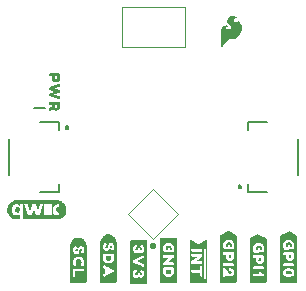
<source format=gto>
G04 EAGLE Gerber RS-274X export*
G75*
%MOMM*%
%FSLAX34Y34*%
%LPD*%
%INSilkscreen Top*%
%IPPOS*%
%AMOC8*
5,1,8,0,0,1.08239X$1,22.5*%
G01*
%ADD10C,0.203200*%
%ADD11C,0.100000*%
%ADD12C,0.567956*%

G36*
X17542Y74273D02*
X17542Y74273D01*
X45039Y74273D01*
X45041Y74274D01*
X45043Y74273D01*
X45570Y74306D01*
X45571Y74306D01*
X45573Y74306D01*
X46625Y74412D01*
X46627Y74414D01*
X46631Y74413D01*
X47147Y74520D01*
X47149Y74522D01*
X47152Y74521D01*
X48163Y74835D01*
X48164Y74837D01*
X48168Y74837D01*
X48653Y75042D01*
X48655Y75044D01*
X48659Y75044D01*
X49588Y75549D01*
X49590Y75552D01*
X49594Y75552D01*
X50028Y75850D01*
X50029Y75853D01*
X50032Y75854D01*
X50848Y76527D01*
X50849Y76530D01*
X50853Y76532D01*
X51218Y76911D01*
X51219Y76913D01*
X51221Y76915D01*
X51894Y77730D01*
X51895Y77734D01*
X51899Y77737D01*
X52180Y78182D01*
X52180Y78184D01*
X52182Y78186D01*
X52687Y79115D01*
X52686Y79119D01*
X52690Y79123D01*
X52876Y79616D01*
X52875Y79618D01*
X52877Y79620D01*
X53191Y80630D01*
X53190Y80634D01*
X53193Y80638D01*
X53278Y81158D01*
X53277Y81159D01*
X53279Y81162D01*
X53385Y82214D01*
X53383Y82217D01*
X53385Y82221D01*
X53377Y82747D01*
X53375Y82749D01*
X53376Y82753D01*
X53270Y83805D01*
X53268Y83807D01*
X53269Y83811D01*
X53167Y84327D01*
X53165Y84329D01*
X53165Y84333D01*
X52852Y85343D01*
X52849Y85345D01*
X52850Y85349D01*
X52648Y85835D01*
X52646Y85837D01*
X52646Y85841D01*
X52141Y86770D01*
X52139Y86772D01*
X52138Y86776D01*
X51843Y87212D01*
X51841Y87213D01*
X51840Y87217D01*
X51167Y88032D01*
X51164Y88033D01*
X51162Y88037D01*
X50785Y88405D01*
X50783Y88406D01*
X50782Y88409D01*
X49966Y89082D01*
X49962Y89082D01*
X49960Y89086D01*
X49516Y89370D01*
X49514Y89370D01*
X49513Y89373D01*
X48583Y89877D01*
X48579Y89877D01*
X48576Y89881D01*
X48084Y90070D01*
X48082Y90070D01*
X48080Y90071D01*
X47070Y90385D01*
X47067Y90384D01*
X47062Y90387D01*
X46544Y90477D01*
X46542Y90476D01*
X46539Y90477D01*
X45487Y90583D01*
X45246Y90608D01*
X45243Y90606D01*
X45240Y90608D01*
X11924Y90608D01*
X11395Y90603D01*
X11393Y90601D01*
X11390Y90602D01*
X9811Y90443D01*
X9807Y90440D01*
X9799Y90441D01*
X8284Y89971D01*
X8280Y89966D01*
X8272Y89966D01*
X6879Y89209D01*
X6876Y89204D01*
X6869Y89202D01*
X5651Y88186D01*
X5649Y88181D01*
X5642Y88177D01*
X4644Y86946D01*
X4644Y86941D01*
X4638Y86936D01*
X4133Y86007D01*
X4134Y86006D01*
X4132Y86005D01*
X3897Y85533D01*
X3898Y85528D01*
X3893Y85523D01*
X3580Y84513D01*
X3580Y84512D01*
X3579Y84511D01*
X3440Y84003D01*
X3441Y83998D01*
X3438Y83992D01*
X3285Y82414D01*
X3288Y82409D01*
X3285Y82401D01*
X3445Y80823D01*
X3448Y80819D01*
X3447Y80811D01*
X3913Y79295D01*
X3917Y79291D01*
X3918Y79283D01*
X4669Y77887D01*
X4674Y77884D01*
X4676Y77877D01*
X4739Y77801D01*
X4946Y77550D01*
X4947Y77550D01*
X5154Y77299D01*
X5362Y77048D01*
X5570Y76797D01*
X5687Y76655D01*
X5693Y76653D01*
X5696Y76646D01*
X6926Y75645D01*
X6931Y75645D01*
X6936Y75639D01*
X8336Y74895D01*
X8341Y74896D01*
X8347Y74890D01*
X9865Y74433D01*
X9870Y74435D01*
X9877Y74431D01*
X11455Y74273D01*
X11458Y74274D01*
X11461Y74273D01*
X13958Y74273D01*
X13977Y74285D01*
X14000Y74289D01*
X14006Y74304D01*
X14015Y74309D01*
X14013Y74320D01*
X14020Y74336D01*
X14019Y74485D01*
X14019Y78868D01*
X14012Y78879D01*
X14014Y78892D01*
X13995Y78905D01*
X13982Y78925D01*
X13969Y78923D01*
X13958Y78931D01*
X13924Y78917D01*
X13915Y78915D01*
X13913Y78912D01*
X13910Y78911D01*
X13688Y78672D01*
X13307Y78318D01*
X12874Y78034D01*
X12402Y77821D01*
X11900Y77695D01*
X11384Y77638D01*
X10863Y77659D01*
X10344Y77708D01*
X9842Y77845D01*
X9351Y78015D01*
X8898Y78269D01*
X8481Y78577D01*
X8094Y78923D01*
X7786Y79342D01*
X7509Y79782D01*
X7294Y80257D01*
X7134Y80752D01*
X7009Y81259D01*
X6910Y82301D01*
X6975Y83345D01*
X7090Y83854D01*
X7223Y84359D01*
X7439Y84832D01*
X7693Y85287D01*
X7999Y85707D01*
X8371Y86068D01*
X8774Y86393D01*
X9228Y86646D01*
X9712Y86834D01*
X10209Y86985D01*
X11250Y87065D01*
X11767Y87016D01*
X12273Y86901D01*
X12755Y86711D01*
X13197Y86442D01*
X13598Y86109D01*
X13913Y85814D01*
X13924Y85812D01*
X13930Y85803D01*
X13955Y85807D01*
X13980Y85802D01*
X13986Y85811D01*
X13997Y85813D01*
X14016Y85854D01*
X14019Y85858D01*
X14018Y85859D01*
X14019Y85860D01*
X14019Y86915D01*
X14023Y86968D01*
X16968Y86968D01*
X16968Y74328D01*
X16980Y74309D01*
X16984Y74286D01*
X16999Y74280D01*
X17004Y74271D01*
X17015Y74273D01*
X17031Y74266D01*
X17542Y74273D01*
G37*
G36*
X197026Y20410D02*
X197026Y20410D01*
X197039Y20410D01*
X197339Y20810D01*
X197339Y20818D01*
X197343Y20821D01*
X197339Y20825D01*
X197339Y20832D01*
X197349Y20840D01*
X197349Y60540D01*
X197335Y60558D01*
X197338Y60571D01*
X196938Y61071D01*
X196924Y61075D01*
X196922Y61084D01*
X190822Y64084D01*
X190806Y64081D01*
X190800Y64089D01*
X190200Y64089D01*
X190187Y64080D01*
X190178Y64084D01*
X184178Y61084D01*
X184175Y61077D01*
X184169Y61078D01*
X183669Y60678D01*
X183662Y60648D01*
X183651Y60640D01*
X183651Y20740D01*
X183673Y20710D01*
X183675Y20698D01*
X184175Y20398D01*
X184193Y20400D01*
X184200Y20391D01*
X197000Y20391D01*
X197026Y20410D01*
G37*
G36*
X247611Y20499D02*
X247611Y20499D01*
X247618Y20494D01*
X248118Y20694D01*
X248133Y20718D01*
X248140Y20724D01*
X248138Y20727D01*
X248143Y20735D01*
X248149Y20740D01*
X248149Y60140D01*
X248146Y60145D01*
X248149Y60148D01*
X248049Y60748D01*
X248025Y60771D01*
X248023Y60784D01*
X241423Y64184D01*
X241390Y64178D01*
X241378Y64184D01*
X240778Y63884D01*
X234678Y60884D01*
X234666Y60860D01*
X234653Y60856D01*
X234453Y60256D01*
X234455Y60251D01*
X234453Y60249D01*
X234456Y60244D01*
X234451Y60240D01*
X234451Y20940D01*
X234464Y20922D01*
X234461Y20910D01*
X234761Y20510D01*
X234792Y20502D01*
X234800Y20491D01*
X247600Y20491D01*
X247611Y20499D01*
G37*
G36*
X95426Y20540D02*
X95426Y20540D01*
X95439Y20540D01*
X95739Y20940D01*
X95739Y20948D01*
X95743Y20951D01*
X95739Y20955D01*
X95739Y20962D01*
X95749Y20970D01*
X95749Y55170D01*
X95746Y55174D01*
X95749Y55177D01*
X95649Y55877D01*
X95644Y55882D01*
X95647Y55886D01*
X95447Y56485D01*
X95247Y57184D01*
X95246Y57185D01*
X95247Y57186D01*
X95047Y57786D01*
X95039Y57791D01*
X95041Y57797D01*
X94643Y58395D01*
X94344Y58992D01*
X94334Y58997D01*
X94335Y59005D01*
X93835Y59505D01*
X93831Y59505D01*
X93831Y59508D01*
X92831Y60308D01*
X92827Y60309D01*
X92827Y60311D01*
X92227Y60711D01*
X92223Y60711D01*
X92222Y60714D01*
X91022Y61314D01*
X91011Y61312D01*
X91007Y61319D01*
X90308Y61419D01*
X89708Y61519D01*
X89707Y61518D01*
X89707Y61519D01*
X89007Y61619D01*
X89002Y61616D01*
X89000Y61619D01*
X88300Y61619D01*
X88296Y61616D01*
X88293Y61619D01*
X87593Y61519D01*
X87588Y61514D01*
X87584Y61517D01*
X86384Y61117D01*
X86383Y61114D01*
X86381Y61115D01*
X85681Y60815D01*
X85678Y60811D01*
X85675Y60812D01*
X85175Y60512D01*
X85174Y60511D01*
X85173Y60511D01*
X84573Y60111D01*
X84570Y60104D01*
X84565Y60105D01*
X84065Y59605D01*
X84065Y59601D01*
X84062Y59601D01*
X83262Y58601D01*
X83261Y58597D01*
X83259Y58597D01*
X82859Y57997D01*
X82859Y57993D01*
X82856Y57992D01*
X82556Y57392D01*
X82557Y57385D01*
X82553Y57384D01*
X82353Y56685D01*
X82153Y56086D01*
X82157Y56075D01*
X82151Y56070D01*
X82151Y55373D01*
X82051Y54677D01*
X82054Y54672D01*
X82051Y54670D01*
X82051Y20870D01*
X82070Y20844D01*
X82070Y20831D01*
X82470Y20531D01*
X82492Y20531D01*
X82500Y20521D01*
X95400Y20521D01*
X95426Y20540D01*
G37*
G36*
X222318Y20534D02*
X222318Y20534D01*
X222330Y20531D01*
X222730Y20831D01*
X222734Y20847D01*
X222741Y20852D01*
X222737Y20858D01*
X222739Y20862D01*
X222749Y20870D01*
X222749Y57670D01*
X222742Y57679D01*
X222747Y57686D01*
X222547Y58286D01*
X222524Y58301D01*
X222522Y58314D01*
X216422Y61314D01*
X216417Y61313D01*
X216416Y61317D01*
X215816Y61517D01*
X215790Y61508D01*
X215778Y61514D01*
X209178Y58214D01*
X209163Y58183D01*
X209151Y58177D01*
X209051Y57477D01*
X209054Y57472D01*
X209053Y57472D01*
X209053Y57471D01*
X209051Y57470D01*
X209051Y20970D01*
X209067Y20949D01*
X209065Y20935D01*
X209465Y20535D01*
X209492Y20532D01*
X209500Y20521D01*
X222300Y20521D01*
X222318Y20534D01*
G37*
G36*
X146447Y20457D02*
X146447Y20457D01*
X146445Y20460D01*
X146449Y20462D01*
X146549Y21062D01*
X146546Y21067D01*
X146549Y21070D01*
X146549Y54870D01*
X146544Y54877D01*
X146547Y54886D01*
X146534Y54890D01*
X146513Y54917D01*
X146494Y54903D01*
X146493Y54904D01*
X146529Y54930D01*
X146539Y54962D01*
X146549Y54970D01*
X146549Y58270D01*
X146513Y58317D01*
X146506Y58312D01*
X146500Y58319D01*
X133000Y58319D01*
X132953Y58283D01*
X132955Y58280D01*
X132951Y58278D01*
X132851Y57678D01*
X132854Y57673D01*
X132851Y57670D01*
X132851Y20470D01*
X132887Y20423D01*
X132894Y20428D01*
X132900Y20421D01*
X146400Y20421D01*
X146447Y20457D01*
G37*
G36*
X121047Y19487D02*
X121047Y19487D01*
X121045Y19490D01*
X121049Y19492D01*
X121149Y20092D01*
X121146Y20097D01*
X121149Y20100D01*
X121149Y56500D01*
X121120Y56538D01*
X121118Y56546D01*
X120618Y56746D01*
X120605Y56742D01*
X120600Y56749D01*
X107700Y56749D01*
X107662Y56720D01*
X107654Y56718D01*
X107454Y56218D01*
X107457Y56208D01*
X107453Y56205D01*
X107454Y56203D01*
X107451Y56200D01*
X107451Y19600D01*
X107487Y19553D01*
X107490Y19555D01*
X107492Y19551D01*
X108092Y19451D01*
X108097Y19454D01*
X108100Y19451D01*
X121000Y19451D01*
X121047Y19487D01*
G37*
G36*
X69811Y20659D02*
X69811Y20659D01*
X69818Y20654D01*
X70318Y20854D01*
X70333Y20878D01*
X70340Y20884D01*
X70338Y20887D01*
X70343Y20895D01*
X70349Y20900D01*
X70349Y52100D01*
X70346Y52105D01*
X70349Y52108D01*
X70249Y52704D01*
X70249Y53400D01*
X70242Y53409D01*
X70247Y53416D01*
X70047Y54015D01*
X69847Y54714D01*
X69842Y54718D01*
X69844Y54722D01*
X69544Y55322D01*
X69540Y55324D01*
X69541Y55327D01*
X69141Y55927D01*
X69138Y55928D01*
X69138Y55931D01*
X68338Y56931D01*
X68334Y56932D01*
X68335Y56935D01*
X67835Y57435D01*
X67828Y57436D01*
X67827Y57441D01*
X67227Y57841D01*
X67223Y57841D01*
X67222Y57844D01*
X66022Y58444D01*
X66017Y58443D01*
X66016Y58447D01*
X65416Y58647D01*
X65414Y58646D01*
X65414Y58647D01*
X64714Y58847D01*
X64704Y58844D01*
X64700Y58849D01*
X64004Y58849D01*
X63408Y58949D01*
X63398Y58943D01*
X63393Y58949D01*
X61993Y58749D01*
X61988Y58744D01*
X61984Y58747D01*
X61385Y58547D01*
X60686Y58347D01*
X60682Y58342D01*
X60678Y58344D01*
X60078Y58044D01*
X60075Y58037D01*
X60069Y58038D01*
X59571Y57640D01*
X58973Y57241D01*
X58970Y57234D01*
X58965Y57235D01*
X58465Y56735D01*
X58465Y56731D01*
X58462Y56731D01*
X58062Y56231D01*
X58061Y56227D01*
X58059Y56227D01*
X57659Y55627D01*
X57659Y55623D01*
X57656Y55622D01*
X57056Y54422D01*
X57057Y54417D01*
X57053Y54416D01*
X56853Y53816D01*
X56855Y53811D01*
X56852Y53809D01*
X56853Y53808D01*
X56851Y53807D01*
X56651Y52407D01*
X56654Y52402D01*
X56651Y52400D01*
X56651Y21200D01*
X56659Y21189D01*
X56654Y21182D01*
X56854Y20682D01*
X56895Y20657D01*
X56900Y20651D01*
X69800Y20651D01*
X69811Y20659D01*
G37*
G36*
X171305Y20484D02*
X171305Y20484D01*
X171308Y20481D01*
X171908Y20581D01*
X171949Y20625D01*
X171946Y20628D01*
X171949Y20630D01*
X171949Y56330D01*
X171913Y56377D01*
X171906Y56372D01*
X171900Y56379D01*
X171500Y56379D01*
X171487Y56369D01*
X171478Y56374D01*
X165388Y53279D01*
X164812Y53279D01*
X158823Y56374D01*
X158806Y56371D01*
X158800Y56379D01*
X158300Y56379D01*
X158253Y56343D01*
X158258Y56336D01*
X158251Y56330D01*
X158251Y21130D01*
X158254Y21125D01*
X158251Y21122D01*
X158351Y20522D01*
X158395Y20481D01*
X158398Y20484D01*
X158400Y20481D01*
X171300Y20481D01*
X171305Y20484D01*
G37*
G36*
X184849Y220401D02*
X184849Y220401D01*
X184911Y220403D01*
X184933Y220416D01*
X184959Y220420D01*
X185030Y220468D01*
X185063Y220486D01*
X185069Y220494D01*
X185079Y220501D01*
X185579Y221001D01*
X185598Y221032D01*
X185636Y221074D01*
X185912Y221534D01*
X186379Y222001D01*
X186387Y222014D01*
X186402Y222027D01*
X186891Y222613D01*
X188079Y223801D01*
X188086Y223812D01*
X188099Y223823D01*
X189289Y225212D01*
X190246Y226168D01*
X191144Y226707D01*
X191641Y226790D01*
X193510Y226790D01*
X193536Y226796D01*
X193573Y226795D01*
X194773Y226995D01*
X194788Y227002D01*
X194810Y227003D01*
X195910Y227303D01*
X195927Y227312D01*
X195951Y227317D01*
X196951Y227717D01*
X196973Y227732D01*
X197006Y227744D01*
X198006Y228344D01*
X198026Y228364D01*
X198060Y228384D01*
X198860Y229084D01*
X198867Y229093D01*
X198879Y229101D01*
X199679Y229901D01*
X199690Y229919D01*
X199710Y229937D01*
X200410Y230837D01*
X200421Y230860D01*
X200442Y230885D01*
X201442Y232685D01*
X201453Y232721D01*
X201478Y232773D01*
X201978Y234673D01*
X201979Y234705D01*
X201990Y234748D01*
X202090Y236448D01*
X202083Y236484D01*
X202084Y236540D01*
X201784Y238140D01*
X201775Y238161D01*
X201771Y238190D01*
X201271Y239690D01*
X201252Y239721D01*
X201231Y239774D01*
X200531Y240874D01*
X200512Y240893D01*
X200494Y240923D01*
X200269Y241176D01*
X199931Y241556D01*
X199694Y241823D01*
X199662Y241845D01*
X199612Y241892D01*
X198812Y242392D01*
X198782Y242403D01*
X198762Y242417D01*
X198727Y242423D01*
X198682Y242443D01*
X198665Y242443D01*
X198648Y242448D01*
X198616Y242444D01*
X198610Y242444D01*
X198602Y242442D01*
X198579Y242439D01*
X198509Y242437D01*
X198494Y242428D01*
X198476Y242426D01*
X198446Y242406D01*
X198441Y242405D01*
X198427Y242393D01*
X198418Y242387D01*
X198357Y242354D01*
X198347Y242339D01*
X198332Y242329D01*
X198316Y242301D01*
X198308Y242295D01*
X198294Y242264D01*
X198257Y242212D01*
X198254Y242193D01*
X198246Y242179D01*
X198244Y242153D01*
X198237Y242136D01*
X198238Y242111D01*
X198230Y242070D01*
X198230Y241232D01*
X198158Y241016D01*
X198098Y240895D01*
X197905Y240702D01*
X197748Y240650D01*
X197557Y240650D01*
X196843Y240829D01*
X196501Y241000D01*
X196230Y241181D01*
X195860Y241458D01*
X195306Y242012D01*
X194963Y242526D01*
X194890Y242817D01*
X194890Y243308D01*
X194962Y243524D01*
X195040Y243679D01*
X195190Y243905D01*
X195511Y244145D01*
X195834Y244307D01*
X196285Y244397D01*
X196292Y244401D01*
X196302Y244401D01*
X196657Y244490D01*
X197120Y244490D01*
X197240Y244430D01*
X197255Y244426D01*
X197268Y244417D01*
X197402Y244391D01*
X197409Y244390D01*
X197410Y244390D01*
X197510Y244390D01*
X197535Y244396D01*
X197561Y244393D01*
X197619Y244415D01*
X197679Y244429D01*
X197699Y244446D01*
X197723Y244455D01*
X197765Y244500D01*
X197812Y244539D01*
X197823Y244563D01*
X197840Y244582D01*
X197858Y244641D01*
X197883Y244698D01*
X197882Y244723D01*
X197890Y244748D01*
X197879Y244809D01*
X197877Y244871D01*
X197864Y244893D01*
X197860Y244919D01*
X197812Y244990D01*
X197794Y245023D01*
X197786Y245029D01*
X197779Y245039D01*
X197679Y245139D01*
X197659Y245151D01*
X197638Y245174D01*
X197238Y245474D01*
X197212Y245486D01*
X197180Y245510D01*
X195780Y246210D01*
X195768Y246213D01*
X195759Y246219D01*
X195730Y246225D01*
X195693Y246241D01*
X194793Y246441D01*
X194759Y246441D01*
X194710Y246450D01*
X193710Y246450D01*
X193682Y246444D01*
X193642Y246444D01*
X192542Y246244D01*
X192507Y246229D01*
X192450Y246211D01*
X192435Y246207D01*
X192432Y246205D01*
X192428Y246204D01*
X191328Y245604D01*
X191308Y245586D01*
X191277Y245570D01*
X190377Y244870D01*
X190357Y244846D01*
X190288Y244772D01*
X189788Y243972D01*
X189776Y243938D01*
X189749Y243890D01*
X189449Y242990D01*
X189446Y242953D01*
X189430Y242870D01*
X189430Y242070D01*
X189437Y242037D01*
X189439Y241988D01*
X189639Y241088D01*
X189656Y241052D01*
X189678Y240985D01*
X190178Y240085D01*
X190200Y240061D01*
X190224Y240020D01*
X190924Y239220D01*
X190925Y239219D01*
X190926Y239217D01*
X191726Y238317D01*
X191734Y238312D01*
X191741Y238301D01*
X192383Y237659D01*
X192630Y237001D01*
X192630Y236432D01*
X192471Y235955D01*
X192150Y235554D01*
X191654Y235223D01*
X190963Y235050D01*
X190248Y235050D01*
X189819Y235136D01*
X189424Y235294D01*
X188906Y235812D01*
X188755Y236039D01*
X188690Y236232D01*
X188690Y236508D01*
X188742Y236665D01*
X189215Y237138D01*
X189430Y237209D01*
X189450Y237222D01*
X189480Y237230D01*
X189880Y237430D01*
X189909Y237454D01*
X189979Y237501D01*
X190079Y237601D01*
X190092Y237622D01*
X190111Y237638D01*
X190137Y237695D01*
X190170Y237748D01*
X190173Y237773D01*
X190183Y237796D01*
X190181Y237859D01*
X190187Y237921D01*
X190178Y237944D01*
X190177Y237969D01*
X190147Y238024D01*
X190125Y238083D01*
X190107Y238100D01*
X190095Y238122D01*
X190025Y238176D01*
X189998Y238200D01*
X189989Y238203D01*
X189980Y238210D01*
X189580Y238410D01*
X189565Y238414D01*
X189552Y238423D01*
X189418Y238449D01*
X189412Y238450D01*
X189411Y238450D01*
X189410Y238450D01*
X188210Y238450D01*
X188184Y238444D01*
X188148Y238445D01*
X187548Y238345D01*
X187542Y238343D01*
X187535Y238343D01*
X187035Y238243D01*
X187009Y238231D01*
X186969Y238223D01*
X186469Y238023D01*
X186438Y238001D01*
X186382Y237974D01*
X185982Y237674D01*
X185978Y237670D01*
X185972Y237667D01*
X185472Y237267D01*
X185455Y237244D01*
X185384Y237166D01*
X184784Y236166D01*
X184772Y236130D01*
X184744Y236074D01*
X184544Y235374D01*
X184543Y235349D01*
X184533Y235317D01*
X184433Y234517D01*
X184435Y234496D01*
X184430Y234470D01*
X184430Y220770D01*
X184436Y220745D01*
X184433Y220719D01*
X184455Y220662D01*
X184469Y220601D01*
X184486Y220581D01*
X184495Y220557D01*
X184540Y220515D01*
X184579Y220468D01*
X184603Y220457D01*
X184622Y220440D01*
X184681Y220422D01*
X184738Y220397D01*
X184763Y220398D01*
X184788Y220390D01*
X184849Y220401D01*
G37*
%LPC*%
G36*
X23454Y77749D02*
X23454Y77749D01*
X20955Y77749D01*
X20941Y77803D01*
X20939Y77805D01*
X20939Y77808D01*
X17625Y86967D01*
X17724Y86968D01*
X20599Y86968D01*
X20652Y86769D01*
X20653Y86768D01*
X20653Y86767D01*
X22448Y80701D01*
X22458Y80694D01*
X22458Y80688D01*
X22464Y80685D01*
X22468Y80672D01*
X22486Y80669D01*
X22500Y80657D01*
X22517Y80665D01*
X22535Y80662D01*
X22551Y80681D01*
X22562Y80686D01*
X22563Y80695D01*
X22569Y80702D01*
X24334Y86797D01*
X24383Y86968D01*
X27229Y86957D01*
X29047Y80734D01*
X29059Y80723D01*
X29062Y80708D01*
X29083Y80703D01*
X29099Y80689D01*
X29113Y80696D01*
X29128Y80692D01*
X29150Y80713D01*
X29160Y80718D01*
X29161Y80724D01*
X29166Y80728D01*
X29264Y80973D01*
X29264Y80976D01*
X29266Y80979D01*
X30912Y86557D01*
X31036Y86968D01*
X33685Y86968D01*
X33874Y86971D01*
X33909Y86971D01*
X30586Y77907D01*
X30522Y77749D01*
X27585Y77749D01*
X27468Y78106D01*
X25910Y83159D01*
X25909Y83160D01*
X25909Y83163D01*
X25803Y83440D01*
X25790Y83449D01*
X25786Y83464D01*
X25765Y83468D01*
X25748Y83480D01*
X25735Y83472D01*
X25719Y83475D01*
X25699Y83453D01*
X25689Y83447D01*
X25689Y83441D01*
X25685Y83436D01*
X23918Y77749D01*
X23454Y77749D01*
G37*
%LPD*%
G36*
X47090Y176072D02*
X47090Y176072D01*
X47102Y176066D01*
X47502Y176266D01*
X47511Y176284D01*
X47523Y176286D01*
X47923Y176986D01*
X47922Y176994D01*
X47927Y176996D01*
X48127Y177696D01*
X48117Y177724D01*
X48121Y177737D01*
X47721Y178337D01*
X47700Y178345D01*
X47696Y178357D01*
X43307Y179853D01*
X43171Y179988D01*
X46996Y181263D01*
X46999Y181268D01*
X47002Y181266D01*
X47602Y181566D01*
X47609Y181579D01*
X47618Y181579D01*
X48018Y182079D01*
X48019Y182100D01*
X48026Y182105D01*
X48022Y182110D01*
X48029Y182117D01*
X47929Y182817D01*
X47921Y182825D01*
X47924Y182832D01*
X47624Y183432D01*
X47603Y183443D01*
X47599Y183455D01*
X46899Y183755D01*
X46897Y183755D01*
X46896Y183757D01*
X43171Y185031D01*
X43306Y185167D01*
X47194Y186363D01*
X47198Y186368D01*
X47202Y186366D01*
X47802Y186666D01*
X47812Y186686D01*
X47824Y186688D01*
X48124Y187288D01*
X48119Y187313D01*
X48127Y187324D01*
X47927Y188024D01*
X47919Y188030D01*
X47921Y188037D01*
X47521Y188637D01*
X47496Y188646D01*
X47490Y188658D01*
X46990Y188758D01*
X46979Y188753D01*
X46973Y188759D01*
X46273Y188659D01*
X46268Y188654D01*
X46264Y188656D01*
X39164Y186156D01*
X39157Y186147D01*
X39149Y186148D01*
X38649Y185748D01*
X38645Y185733D01*
X38637Y185727D01*
X38633Y185726D01*
X38433Y185126D01*
X38438Y185110D01*
X38431Y185103D01*
X38531Y184403D01*
X38552Y184383D01*
X38553Y184369D01*
X39153Y183969D01*
X39162Y183970D01*
X39164Y183963D01*
X41463Y183164D01*
X43434Y182413D01*
X39664Y181157D01*
X39064Y180957D01*
X39055Y180943D01*
X39045Y180945D01*
X38545Y180445D01*
X38542Y180424D01*
X38531Y180418D01*
X38431Y179818D01*
X38441Y179801D01*
X38435Y179791D01*
X38735Y179091D01*
X38753Y179080D01*
X38755Y179068D01*
X39255Y178768D01*
X39262Y178769D01*
X39264Y178764D01*
X46364Y176264D01*
X46366Y176264D01*
X46366Y176263D01*
X47066Y176063D01*
X47090Y176072D01*
G37*
%LPC*%
G36*
X186130Y25685D02*
X186130Y25685D01*
X185849Y26154D01*
X185849Y31537D01*
X185947Y32220D01*
X186329Y32698D01*
X186916Y32893D01*
X186942Y32932D01*
X186947Y32936D01*
X186946Y32938D01*
X186949Y32940D01*
X186949Y34740D01*
X186913Y34787D01*
X186910Y34785D01*
X186908Y34789D01*
X186320Y34887D01*
X185946Y35167D01*
X185850Y35940D01*
X185946Y36713D01*
X186316Y36991D01*
X194491Y36991D01*
X194966Y36800D01*
X195251Y36326D01*
X195251Y35454D01*
X194967Y34981D01*
X194392Y34789D01*
X187000Y34789D01*
X186953Y34753D01*
X186958Y34746D01*
X186951Y34740D01*
X186951Y32940D01*
X186987Y32893D01*
X186990Y32895D01*
X186992Y32891D01*
X187582Y32793D01*
X188171Y32400D01*
X188663Y32006D01*
X189058Y31414D01*
X190058Y29715D01*
X190060Y29714D01*
X190059Y29713D01*
X190459Y29113D01*
X190466Y29110D01*
X190465Y29105D01*
X190965Y28605D01*
X190977Y28604D01*
X190978Y28596D01*
X191578Y28296D01*
X191589Y28298D01*
X191592Y28291D01*
X192192Y28191D01*
X192215Y28203D01*
X192227Y28199D01*
X192827Y28599D01*
X192832Y28614D01*
X192842Y28615D01*
X193142Y29115D01*
X193140Y29133D01*
X193149Y29140D01*
X193149Y29840D01*
X193135Y29859D01*
X193138Y29872D01*
X192638Y30472D01*
X192619Y30476D01*
X192616Y30487D01*
X192016Y30687D01*
X192008Y30684D01*
X192004Y30684D01*
X192000Y30689D01*
X191320Y30689D01*
X190946Y31063D01*
X190850Y31740D01*
X190946Y32513D01*
X191320Y32793D01*
X192000Y32890D01*
X192689Y32792D01*
X193281Y32594D01*
X193873Y32298D01*
X194367Y31903D01*
X194859Y31411D01*
X195154Y30821D01*
X195351Y30232D01*
X195351Y28748D01*
X195154Y28159D01*
X194858Y27567D01*
X194463Y27073D01*
X193971Y26581D01*
X193381Y26286D01*
X192789Y26088D01*
X192097Y25989D01*
X191407Y25989D01*
X190718Y26186D01*
X190127Y26482D01*
X189635Y26875D01*
X189138Y27471D01*
X188742Y27967D01*
X188444Y28562D01*
X188441Y28563D01*
X188442Y28565D01*
X188142Y29065D01*
X188125Y29072D01*
X188113Y29087D01*
X188104Y29081D01*
X188087Y29088D01*
X188075Y29059D01*
X188051Y29040D01*
X188051Y26643D01*
X187955Y25970D01*
X187483Y25687D01*
X186800Y25590D01*
X186130Y25685D01*
G37*
%LPD*%
G36*
X40194Y166463D02*
X40194Y166463D01*
X40200Y166472D01*
X40207Y166469D01*
X40503Y166666D01*
X41794Y167163D01*
X42267Y167257D01*
X42749Y166872D01*
X42757Y166871D01*
X42758Y166866D01*
X43358Y166566D01*
X43365Y166567D01*
X43366Y166563D01*
X44066Y166363D01*
X44076Y166366D01*
X44080Y166361D01*
X44780Y166361D01*
X44784Y166364D01*
X44787Y166361D01*
X45487Y166461D01*
X45492Y166466D01*
X45496Y166463D01*
X46096Y166663D01*
X46101Y166671D01*
X46107Y166669D01*
X46707Y167069D01*
X46710Y167076D01*
X46715Y167075D01*
X47115Y167475D01*
X47123Y167534D01*
X47114Y167535D01*
X47115Y167545D01*
X46630Y168029D01*
X47147Y167573D01*
X47207Y167569D01*
X47208Y167580D01*
X47218Y167579D01*
X47618Y168079D01*
X47619Y168089D01*
X47625Y168091D01*
X47925Y168791D01*
X47923Y168799D01*
X47929Y168802D01*
X48129Y170002D01*
X48126Y170007D01*
X48129Y170010D01*
X48129Y172810D01*
X48123Y172818D01*
X48127Y172824D01*
X47927Y173524D01*
X47907Y173539D01*
X47905Y173552D01*
X47405Y173852D01*
X47387Y173850D01*
X47380Y173859D01*
X39880Y173859D01*
X39876Y173856D01*
X39873Y173859D01*
X39173Y173759D01*
X39167Y173753D01*
X39162Y173756D01*
X38662Y173556D01*
X38645Y173528D01*
X38633Y173524D01*
X38433Y172824D01*
X38438Y172810D01*
X38431Y172804D01*
X38531Y172004D01*
X38547Y171988D01*
X38545Y171975D01*
X38945Y171575D01*
X38966Y171572D01*
X38972Y171561D01*
X39572Y171461D01*
X39577Y171464D01*
X39580Y171461D01*
X40947Y171461D01*
X41131Y171001D01*
X41131Y169637D01*
X40357Y169154D01*
X38760Y168455D01*
X38750Y168437D01*
X38738Y168435D01*
X38438Y167935D01*
X38440Y167911D01*
X38431Y167902D01*
X38531Y167302D01*
X38541Y167293D01*
X38537Y167286D01*
X38937Y166586D01*
X38953Y166579D01*
X38955Y166568D01*
X39455Y166268D01*
X39483Y166271D01*
X39494Y166263D01*
X40194Y166463D01*
G37*
%LPC*%
G36*
X136149Y35570D02*
X136149Y35570D01*
X136113Y35617D01*
X136110Y35615D01*
X136108Y35619D01*
X135524Y35716D01*
X135147Y36093D01*
X135049Y36873D01*
X135049Y37450D01*
X135632Y38033D01*
X140430Y41631D01*
X140434Y41647D01*
X140447Y41657D01*
X140440Y41667D01*
X140446Y41688D01*
X140418Y41696D01*
X140400Y41719D01*
X135714Y41719D01*
X135241Y42003D01*
X135049Y42578D01*
X135049Y43450D01*
X135424Y43824D01*
X136004Y43921D01*
X143496Y43921D01*
X144071Y43825D01*
X144451Y43255D01*
X144451Y42578D01*
X144258Y41999D01*
X143669Y41509D01*
X139970Y38709D01*
X139170Y38109D01*
X139169Y38104D01*
X139165Y38105D01*
X138965Y37905D01*
X138963Y37891D01*
X138953Y37883D01*
X138961Y37873D01*
X138957Y37846D01*
X138984Y37842D01*
X139000Y37821D01*
X143780Y37821D01*
X144451Y37150D01*
X144451Y36384D01*
X144166Y35910D01*
X143688Y35718D01*
X142897Y35619D01*
X136200Y35619D01*
X136153Y35583D01*
X136157Y35577D01*
X136151Y35572D01*
X136149Y35541D01*
X136149Y35570D01*
G37*
%LPD*%
%LPC*%
G36*
X159809Y36579D02*
X159809Y36579D01*
X159334Y36770D01*
X159049Y37244D01*
X159049Y38121D01*
X159241Y38599D01*
X164330Y42491D01*
X164346Y42548D01*
X164333Y42552D01*
X164335Y42565D01*
X164235Y42665D01*
X164208Y42669D01*
X164200Y42679D01*
X160104Y42679D01*
X159520Y42777D01*
X159147Y43057D01*
X159050Y43926D01*
X159241Y44593D01*
X159709Y44781D01*
X167886Y44781D01*
X168358Y44498D01*
X168550Y43827D01*
X168453Y43150D01*
X168165Y42765D01*
X167370Y42169D01*
X164771Y40170D01*
X163072Y38970D01*
X163069Y38961D01*
X163059Y38958D01*
X163064Y38945D01*
X163054Y38914D01*
X163077Y38906D01*
X163084Y38883D01*
X163384Y38783D01*
X163395Y38787D01*
X163400Y38781D01*
X167496Y38781D01*
X168076Y38684D01*
X168356Y38404D01*
X168550Y37727D01*
X168454Y37056D01*
X167980Y36677D01*
X167297Y36579D01*
X159809Y36579D01*
G37*
%LPD*%
G36*
X45393Y190370D02*
X45393Y190370D01*
X45402Y190366D01*
X46202Y190766D01*
X46205Y190773D01*
X46211Y190772D01*
X46711Y191172D01*
X46712Y191176D01*
X46715Y191175D01*
X47215Y191675D01*
X47216Y191682D01*
X47221Y191683D01*
X47621Y192283D01*
X47621Y192287D01*
X47624Y192288D01*
X47924Y192888D01*
X47922Y192899D01*
X47929Y192903D01*
X48029Y193603D01*
X48026Y193608D01*
X48029Y193610D01*
X48029Y197010D01*
X48022Y197019D01*
X48027Y197026D01*
X47827Y197626D01*
X47802Y197643D01*
X47798Y197656D01*
X47298Y197856D01*
X47285Y197852D01*
X47280Y197859D01*
X39080Y197859D01*
X39067Y197850D01*
X39058Y197854D01*
X38658Y197654D01*
X38645Y197628D01*
X38633Y197624D01*
X38433Y196924D01*
X38436Y196914D01*
X38431Y196910D01*
X38431Y196010D01*
X38447Y195989D01*
X38445Y195975D01*
X38845Y195575D01*
X38866Y195572D01*
X38872Y195561D01*
X39472Y195461D01*
X39477Y195464D01*
X39480Y195461D01*
X40850Y195461D01*
X41031Y195098D01*
X41031Y193710D01*
X41034Y193705D01*
X41031Y193702D01*
X41131Y193102D01*
X41136Y193098D01*
X41133Y193094D01*
X41333Y192494D01*
X41341Y192489D01*
X41339Y192483D01*
X42139Y191283D01*
X42149Y191279D01*
X42149Y191272D01*
X42649Y190872D01*
X42659Y190871D01*
X42661Y190865D01*
X43361Y190565D01*
X43369Y190567D01*
X43372Y190561D01*
X43972Y190461D01*
X43973Y190462D01*
X43973Y190461D01*
X44673Y190361D01*
X44678Y190364D01*
X44680Y190361D01*
X45380Y190361D01*
X45393Y190370D01*
G37*
%LPC*%
G36*
X138807Y25419D02*
X138807Y25419D01*
X138118Y25616D01*
X137523Y25913D01*
X137029Y26210D01*
X136435Y26705D01*
X136040Y27199D01*
X135643Y27795D01*
X135346Y28389D01*
X135148Y28981D01*
X135049Y29673D01*
X135049Y32367D01*
X135147Y33051D01*
X135427Y33424D01*
X136103Y33521D01*
X142373Y33521D01*
X141861Y31319D01*
X137900Y31319D01*
X137895Y31316D01*
X137892Y31319D01*
X137292Y31219D01*
X137251Y31175D01*
X137254Y31173D01*
X137251Y31170D01*
X137251Y29170D01*
X137260Y29157D01*
X137256Y29148D01*
X137356Y28948D01*
X137366Y28943D01*
X137365Y28935D01*
X138365Y27935D01*
X138377Y27934D01*
X138378Y27926D01*
X138978Y27626D01*
X138989Y27628D01*
X138993Y27621D01*
X139693Y27521D01*
X139702Y27526D01*
X139707Y27521D01*
X140407Y27621D01*
X140415Y27629D01*
X140422Y27626D01*
X141022Y27926D01*
X141025Y27933D01*
X141031Y27932D01*
X141531Y28332D01*
X141533Y28339D01*
X141538Y28339D01*
X141938Y28839D01*
X141939Y28847D01*
X141944Y28848D01*
X142244Y29448D01*
X142241Y29464D01*
X142249Y29470D01*
X142249Y30870D01*
X142236Y30888D01*
X142239Y30900D01*
X141953Y31281D01*
X142474Y33521D01*
X143596Y33521D01*
X144170Y33425D01*
X144451Y32956D01*
X144451Y29674D01*
X144352Y29081D01*
X144154Y28388D01*
X143857Y27793D01*
X143560Y27299D01*
X143065Y26705D01*
X142569Y26308D01*
X142073Y25912D01*
X141482Y25616D01*
X140793Y25419D01*
X138807Y25419D01*
G37*
%LPD*%
%LPC*%
G36*
X190649Y48743D02*
X190649Y48743D01*
X190610Y48788D01*
X190605Y48783D01*
X190600Y48789D01*
X187320Y48789D01*
X186441Y49669D01*
X186146Y50259D01*
X185948Y50851D01*
X185849Y51643D01*
X185849Y53033D01*
X186047Y53725D01*
X186245Y54319D01*
X186540Y54811D01*
X187037Y55407D01*
X187533Y55903D01*
X188027Y56298D01*
X188619Y56594D01*
X189215Y56793D01*
X189910Y56992D01*
X190600Y57090D01*
X191292Y56991D01*
X191889Y56892D01*
X192582Y56694D01*
X193173Y56398D01*
X193669Y56002D01*
X194165Y55605D01*
X194660Y55011D01*
X194957Y54517D01*
X195254Y53922D01*
X195452Y53229D01*
X195551Y52636D01*
X195551Y51943D01*
X195452Y51251D01*
X195254Y50659D01*
X194957Y50065D01*
X194562Y49471D01*
X194087Y48996D01*
X193524Y49184D01*
X192938Y49673D01*
X192655Y50144D01*
X192845Y50621D01*
X193145Y51321D01*
X193145Y51324D01*
X193147Y51324D01*
X193347Y51924D01*
X193342Y51939D01*
X193349Y51946D01*
X193249Y52746D01*
X193248Y52747D01*
X193249Y52748D01*
X193149Y53348D01*
X193138Y53358D01*
X193141Y53367D01*
X192741Y53967D01*
X192731Y53971D01*
X192731Y53978D01*
X192231Y54378D01*
X192226Y54379D01*
X192225Y54382D01*
X191725Y54682D01*
X191711Y54681D01*
X191707Y54689D01*
X191007Y54789D01*
X191002Y54786D01*
X191000Y54789D01*
X190300Y54789D01*
X190292Y54783D01*
X190286Y54787D01*
X189586Y54587D01*
X189581Y54580D01*
X189575Y54582D01*
X189075Y54282D01*
X189071Y54274D01*
X189065Y54275D01*
X188565Y53775D01*
X188564Y53768D01*
X188559Y53767D01*
X188159Y53167D01*
X188160Y53160D01*
X188154Y53155D01*
X188157Y53151D01*
X188151Y53148D01*
X188051Y52548D01*
X188054Y52543D01*
X188051Y52540D01*
X188051Y51840D01*
X188057Y51832D01*
X188053Y51826D01*
X188253Y51126D01*
X188285Y51102D01*
X188290Y51092D01*
X188790Y50992D01*
X188797Y50995D01*
X188800Y50991D01*
X189500Y50991D01*
X189526Y51010D01*
X189539Y51010D01*
X189839Y51410D01*
X189839Y51432D01*
X189849Y51440D01*
X189849Y52132D01*
X190037Y52696D01*
X190601Y52790D01*
X191270Y52695D01*
X191552Y52224D01*
X191651Y51437D01*
X191651Y50143D01*
X191552Y49356D01*
X191270Y48885D01*
X190692Y48789D01*
X190651Y48745D01*
X190655Y48741D01*
X190651Y48738D01*
X190653Y48679D01*
X190649Y48743D01*
G37*
%LPD*%
%LPC*%
G36*
X136908Y46219D02*
X136908Y46219D01*
X136327Y46413D01*
X135839Y46901D01*
X135543Y47393D01*
X135247Y47985D01*
X135149Y48577D01*
X135049Y49373D01*
X135049Y50067D01*
X135149Y50762D01*
X135247Y51355D01*
X135543Y51945D01*
X135938Y52539D01*
X136933Y53533D01*
X137427Y53928D01*
X138018Y54224D01*
X138711Y54422D01*
X139304Y54521D01*
X139997Y54521D01*
X141389Y54322D01*
X141978Y54125D01*
X142571Y53730D01*
X143067Y53333D01*
X143563Y52837D01*
X143958Y52343D01*
X144256Y51748D01*
X144552Y51155D01*
X144651Y50463D01*
X144652Y50462D01*
X144651Y50462D01*
X144750Y49869D01*
X144651Y49177D01*
X144552Y48481D01*
X144354Y47889D01*
X144057Y47295D01*
X143668Y46711D01*
X143104Y46523D01*
X142527Y46812D01*
X141945Y47297D01*
X141851Y47764D01*
X142445Y49049D01*
X142443Y49059D01*
X142449Y49062D01*
X142549Y49662D01*
X142543Y49672D01*
X142549Y49677D01*
X142449Y50377D01*
X142445Y50381D01*
X142447Y50384D01*
X142247Y51084D01*
X142236Y51092D01*
X142238Y51101D01*
X141838Y51601D01*
X141831Y51603D01*
X141831Y51608D01*
X141331Y52008D01*
X141317Y52009D01*
X141314Y52017D01*
X140614Y52217D01*
X140609Y52216D01*
X140607Y52219D01*
X139907Y52319D01*
X139898Y52314D01*
X139893Y52319D01*
X139193Y52219D01*
X139188Y52214D01*
X139184Y52217D01*
X138584Y52017D01*
X138577Y52006D01*
X138569Y52008D01*
X138069Y51608D01*
X138067Y51601D01*
X138062Y51602D01*
X137562Y51002D01*
X137562Y50988D01*
X137553Y50986D01*
X137353Y50386D01*
X137355Y50381D01*
X137353Y50379D01*
X137351Y50378D01*
X137251Y49778D01*
X137254Y49773D01*
X137251Y49770D01*
X137251Y49070D01*
X137260Y49057D01*
X137256Y49048D01*
X137556Y48448D01*
X137593Y48430D01*
X137600Y48421D01*
X138900Y48421D01*
X138947Y48457D01*
X138943Y48463D01*
X138949Y48467D01*
X139048Y49848D01*
X139420Y50221D01*
X140092Y50221D01*
X140661Y50031D01*
X140851Y49462D01*
X140851Y47277D01*
X140657Y46600D01*
X140281Y46317D01*
X139597Y46219D01*
X136908Y46219D01*
G37*
%LPD*%
%LPC*%
G36*
X212817Y46117D02*
X212817Y46117D01*
X212333Y46408D01*
X211940Y46898D01*
X211644Y47392D01*
X211348Y48084D01*
X211249Y48773D01*
X211249Y50167D01*
X211348Y50859D01*
X211545Y51448D01*
X211940Y52041D01*
X212337Y52537D01*
X213329Y53529D01*
X214515Y54123D01*
X215108Y54221D01*
X215803Y54321D01*
X216497Y54321D01*
X217192Y54221D01*
X217785Y54123D01*
X218375Y53827D01*
X218971Y53430D01*
X219467Y53033D01*
X219965Y52535D01*
X219996Y52531D01*
X219968Y52508D01*
X219955Y52449D01*
X219959Y52449D01*
X219958Y52445D01*
X220257Y51947D01*
X220554Y51351D01*
X220753Y50755D01*
X220951Y50063D01*
X220951Y49374D01*
X220851Y48778D01*
X220852Y48777D01*
X220851Y48777D01*
X220752Y48085D01*
X220457Y47495D01*
X220060Y46899D01*
X219676Y46419D01*
X219113Y46419D01*
X218433Y46808D01*
X218053Y47283D01*
X218147Y47755D01*
X218445Y48451D01*
X218445Y48454D01*
X218447Y48454D01*
X218647Y49054D01*
X218645Y49061D01*
X218649Y49063D01*
X218749Y49763D01*
X218742Y49776D01*
X218747Y49784D01*
X218547Y50484D01*
X218542Y50488D01*
X218544Y50492D01*
X218244Y51092D01*
X218237Y51095D01*
X218238Y51101D01*
X217838Y51601D01*
X217824Y51604D01*
X217822Y51614D01*
X217222Y51914D01*
X217217Y51913D01*
X217216Y51917D01*
X216616Y52117D01*
X216605Y52113D01*
X216600Y52119D01*
X215900Y52119D01*
X215896Y52116D01*
X215893Y52119D01*
X215193Y52019D01*
X215185Y52011D01*
X215178Y52014D01*
X214578Y51714D01*
X214573Y51704D01*
X214565Y51705D01*
X214065Y51205D01*
X214064Y51198D01*
X214059Y51197D01*
X213659Y50597D01*
X213660Y50588D01*
X213653Y50586D01*
X213453Y49986D01*
X213457Y49975D01*
X213451Y49970D01*
X213451Y49270D01*
X213454Y49265D01*
X213451Y49262D01*
X213551Y48662D01*
X213567Y48647D01*
X213565Y48635D01*
X213965Y48235D01*
X213992Y48232D01*
X214000Y48221D01*
X214700Y48221D01*
X214715Y48232D01*
X214725Y48228D01*
X215225Y48528D01*
X215239Y48562D01*
X215249Y48570D01*
X215249Y49840D01*
X215808Y50119D01*
X216483Y50023D01*
X216954Y49740D01*
X217051Y48869D01*
X216951Y46879D01*
X216761Y46309D01*
X216191Y46119D01*
X213503Y46019D01*
X212817Y46117D01*
G37*
%LPD*%
%LPC*%
G36*
X238507Y48689D02*
X238507Y48689D01*
X237829Y48883D01*
X237440Y49368D01*
X237143Y49863D01*
X236847Y50455D01*
X236749Y51047D01*
X236649Y51843D01*
X236649Y52537D01*
X236748Y53229D01*
X236947Y53824D01*
X237145Y54418D01*
X237538Y55009D01*
X238531Y56002D01*
X239123Y56396D01*
X239616Y56593D01*
X240314Y56793D01*
X240315Y56794D01*
X240316Y56793D01*
X240908Y56991D01*
X241697Y56991D01*
X242392Y56891D01*
X242985Y56793D01*
X244173Y56198D01*
X244667Y55803D01*
X245162Y55309D01*
X245558Y54714D01*
X245856Y54218D01*
X246152Y53526D01*
X246251Y52932D01*
X246350Y52240D01*
X246251Y51548D01*
X246152Y50952D01*
X245954Y50359D01*
X245659Y49767D01*
X245170Y49181D01*
X244701Y48993D01*
X244028Y49282D01*
X243545Y49764D01*
X243451Y50235D01*
X243745Y50919D01*
X244044Y51518D01*
X244042Y51529D01*
X244049Y51533D01*
X244149Y52233D01*
X244144Y52242D01*
X244149Y52247D01*
X244049Y52947D01*
X244041Y52955D01*
X244044Y52962D01*
X243744Y53562D01*
X243737Y53565D01*
X243738Y53571D01*
X243338Y54071D01*
X243331Y54073D01*
X243331Y54078D01*
X242831Y54478D01*
X242818Y54479D01*
X242816Y54487D01*
X242216Y54687D01*
X242209Y54685D01*
X242207Y54689D01*
X241507Y54789D01*
X241498Y54784D01*
X241493Y54789D01*
X240793Y54689D01*
X240785Y54681D01*
X240778Y54684D01*
X240178Y54384D01*
X240176Y54380D01*
X240173Y54381D01*
X239573Y53981D01*
X239568Y53968D01*
X239559Y53967D01*
X239159Y53367D01*
X239159Y53363D01*
X239156Y53362D01*
X238856Y52762D01*
X238859Y52746D01*
X238851Y52740D01*
X238851Y52140D01*
X238854Y52136D01*
X238851Y52133D01*
X238951Y51433D01*
X238957Y51427D01*
X238954Y51422D01*
X239154Y50922D01*
X239195Y50897D01*
X239200Y50891D01*
X240600Y50891D01*
X240647Y50927D01*
X240642Y50934D01*
X240649Y50940D01*
X240649Y52320D01*
X241020Y52691D01*
X241786Y52691D01*
X242259Y52407D01*
X242451Y51832D01*
X242451Y49747D01*
X242257Y49070D01*
X241881Y48787D01*
X241197Y48689D01*
X238507Y48689D01*
G37*
%LPD*%
%LPC*%
G36*
X112110Y24748D02*
X112110Y24748D01*
X111420Y24946D01*
X110931Y25239D01*
X110438Y25731D01*
X110045Y26322D01*
X109847Y26916D01*
X109649Y27508D01*
X109649Y28992D01*
X109847Y29584D01*
X110045Y30178D01*
X110438Y30769D01*
X110831Y31162D01*
X111421Y31555D01*
X112111Y31752D01*
X112683Y31847D01*
X113056Y31474D01*
X113250Y30796D01*
X113153Y30023D01*
X112771Y29641D01*
X112178Y29344D01*
X112170Y29328D01*
X112159Y29327D01*
X111759Y28727D01*
X111759Y28723D01*
X111760Y28707D01*
X111751Y28700D01*
X111751Y28000D01*
X111758Y27991D01*
X111753Y27984D01*
X111953Y27384D01*
X111967Y27375D01*
X111965Y27365D01*
X112465Y26865D01*
X112507Y26860D01*
X112516Y26853D01*
X113116Y27053D01*
X113127Y27070D01*
X113138Y27069D01*
X113538Y27569D01*
X113539Y27588D01*
X113549Y27594D01*
X113649Y28392D01*
X113744Y28869D01*
X114216Y29152D01*
X115091Y29249D01*
X115656Y28967D01*
X115751Y28492D01*
X115851Y27694D01*
X115861Y27683D01*
X115858Y27675D01*
X116158Y27175D01*
X116202Y27157D01*
X116208Y27151D01*
X116808Y27251D01*
X116829Y27273D01*
X116842Y27275D01*
X117142Y27775D01*
X117140Y27793D01*
X117149Y27800D01*
X117149Y28500D01*
X117137Y28516D01*
X117141Y28527D01*
X116741Y29127D01*
X116731Y29131D01*
X116731Y29138D01*
X116238Y29533D01*
X115952Y30010D01*
X116047Y30583D01*
X116433Y31259D01*
X117000Y31448D01*
X117578Y31255D01*
X118169Y30862D01*
X118661Y30370D01*
X118956Y29878D01*
X119252Y29186D01*
X119351Y28596D01*
X119351Y26720D01*
X118367Y25737D01*
X117873Y25342D01*
X117282Y25046D01*
X116597Y24850D01*
X115911Y24948D01*
X115329Y25142D01*
X114938Y25631D01*
X114908Y25638D01*
X114900Y25649D01*
X114500Y25649D01*
X114479Y25633D01*
X114465Y25635D01*
X113969Y25138D01*
X113382Y24747D01*
X112799Y24650D01*
X112110Y24748D01*
G37*
%LPD*%
%LPC*%
G36*
X112403Y45749D02*
X112403Y45749D01*
X111715Y45848D01*
X111129Y46141D01*
X110637Y46633D01*
X110240Y47128D01*
X109946Y47620D01*
X109748Y48310D01*
X109649Y49003D01*
X109649Y49697D01*
X109748Y50389D01*
X109946Y50981D01*
X110242Y51573D01*
X110635Y52065D01*
X111126Y52457D01*
X111814Y52752D01*
X112400Y52850D01*
X112963Y52756D01*
X113152Y52189D01*
X113249Y51411D01*
X112963Y50935D01*
X112373Y50541D01*
X112370Y50534D01*
X112365Y50535D01*
X111965Y50135D01*
X111963Y50117D01*
X111953Y50114D01*
X111753Y49414D01*
X111754Y49409D01*
X111753Y49408D01*
X111756Y49404D01*
X111758Y49400D01*
X111751Y49393D01*
X111851Y48693D01*
X111861Y48683D01*
X111858Y48675D01*
X112158Y48175D01*
X112180Y48166D01*
X112184Y48153D01*
X112784Y47953D01*
X112815Y47963D01*
X112827Y47959D01*
X113427Y48359D01*
X113435Y48382D01*
X113447Y48386D01*
X113647Y49086D01*
X113644Y49096D01*
X113649Y49100D01*
X113649Y49686D01*
X113932Y50158D01*
X114602Y50349D01*
X115475Y50155D01*
X115754Y49877D01*
X115851Y49193D01*
X115951Y48394D01*
X115979Y48366D01*
X115982Y48354D01*
X116482Y48154D01*
X116515Y48164D01*
X116516Y48164D01*
X116519Y48165D01*
X116531Y48162D01*
X117031Y48562D01*
X117037Y48585D01*
X117045Y48591D01*
X117049Y48593D01*
X117149Y49293D01*
X117143Y49303D01*
X117149Y49308D01*
X117049Y49908D01*
X117033Y49923D01*
X117035Y49935D01*
X116535Y50435D01*
X116528Y50436D01*
X116527Y50441D01*
X115949Y50826D01*
X115949Y51390D01*
X116240Y52069D01*
X116717Y52451D01*
X117288Y52451D01*
X117873Y52159D01*
X118465Y51665D01*
X118858Y51173D01*
X119152Y50585D01*
X119251Y49893D01*
X119351Y49197D01*
X119351Y47916D01*
X119063Y47532D01*
X118069Y46538D01*
X117478Y46145D01*
X116892Y45949D01*
X116303Y45949D01*
X115620Y46047D01*
X115135Y46435D01*
X114738Y46931D01*
X114681Y46945D01*
X114677Y46931D01*
X114662Y46932D01*
X114165Y46335D01*
X113676Y45944D01*
X113092Y45749D01*
X112403Y45749D01*
G37*
%LPD*%
%LPC*%
G36*
X61211Y44948D02*
X61211Y44948D01*
X60619Y45146D01*
X60029Y45441D01*
X59541Y45929D01*
X58947Y47115D01*
X58849Y47704D01*
X58849Y49093D01*
X59046Y49782D01*
X59342Y50373D01*
X59837Y50967D01*
X60232Y51363D01*
X60616Y51651D01*
X61183Y51651D01*
X61663Y51266D01*
X62051Y50685D01*
X62051Y50216D01*
X61161Y49030D01*
X61161Y49023D01*
X61156Y49022D01*
X60856Y48422D01*
X60860Y48398D01*
X60852Y48388D01*
X61052Y47588D01*
X61067Y47576D01*
X61065Y47565D01*
X61465Y47165D01*
X61492Y47162D01*
X61500Y47151D01*
X62100Y47151D01*
X62125Y47170D01*
X62138Y47169D01*
X62538Y47669D01*
X62539Y47682D01*
X62547Y47684D01*
X62747Y48284D01*
X62745Y48291D01*
X62749Y48293D01*
X62848Y48987D01*
X63145Y49681D01*
X63145Y49684D01*
X63147Y49684D01*
X63344Y50276D01*
X63735Y50765D01*
X64226Y51157D01*
X64914Y51452D01*
X65504Y51551D01*
X66193Y51551D01*
X66877Y51355D01*
X67369Y50962D01*
X67863Y50566D01*
X68255Y49978D01*
X68452Y49389D01*
X68551Y48697D01*
X68551Y48003D01*
X68452Y47314D01*
X68156Y46622D01*
X67860Y46129D01*
X67373Y45545D01*
X66910Y45452D01*
X66331Y45838D01*
X65849Y46320D01*
X65849Y46886D01*
X66542Y47974D01*
X66540Y47997D01*
X66549Y48006D01*
X66449Y48806D01*
X66433Y48822D01*
X66435Y48835D01*
X66035Y49235D01*
X66008Y49239D01*
X66000Y49249D01*
X65400Y49249D01*
X65375Y49230D01*
X65362Y49231D01*
X64962Y48731D01*
X64961Y48717D01*
X64953Y48714D01*
X64353Y46714D01*
X64156Y46124D01*
X63763Y45633D01*
X63273Y45143D01*
X62689Y44948D01*
X62000Y44850D01*
X61211Y44948D01*
G37*
%LPD*%
%LPC*%
G36*
X86800Y45319D02*
X86800Y45319D01*
X86849Y47569D01*
X86814Y47617D01*
X86810Y47614D01*
X86808Y47619D01*
X86215Y47717D01*
X85629Y48011D01*
X85137Y48503D01*
X84742Y48997D01*
X84446Y49588D01*
X84249Y50277D01*
X84249Y51567D01*
X84348Y52255D01*
X84643Y52845D01*
X85038Y53439D01*
X85532Y53933D01*
X85923Y54226D01*
X86494Y54416D01*
X86967Y54132D01*
X87451Y53552D01*
X87451Y52985D01*
X87060Y52399D01*
X86662Y51901D01*
X86661Y51895D01*
X86657Y51894D01*
X86257Y51194D01*
X86260Y51172D01*
X86258Y51170D01*
X86255Y51168D01*
X86255Y51167D01*
X86251Y51163D01*
X86351Y50463D01*
X86361Y50453D01*
X86358Y50445D01*
X86658Y49945D01*
X86686Y49933D01*
X86693Y49921D01*
X87393Y49821D01*
X87399Y49825D01*
X87405Y49825D01*
X87418Y49835D01*
X87431Y49832D01*
X87931Y50232D01*
X87935Y50247D01*
X87943Y50253D01*
X87947Y50254D01*
X88147Y50854D01*
X88145Y50860D01*
X88149Y50862D01*
X88248Y51459D01*
X88446Y52153D01*
X88744Y52848D01*
X89039Y53340D01*
X89529Y53829D01*
X90115Y54122D01*
X90803Y54221D01*
X91496Y54221D01*
X92085Y54123D01*
X92671Y53829D01*
X93163Y53337D01*
X93556Y52846D01*
X93753Y52255D01*
X93951Y51563D01*
X93951Y50873D01*
X93852Y50180D01*
X93654Y49488D01*
X93358Y48897D01*
X92967Y48408D01*
X92498Y48126D01*
X91927Y48412D01*
X91341Y48900D01*
X91153Y49369D01*
X91443Y50044D01*
X91838Y50539D01*
X91839Y50547D01*
X91842Y50550D01*
X91839Y50554D01*
X91839Y50558D01*
X91849Y50563D01*
X91949Y51263D01*
X91939Y51281D01*
X91944Y51292D01*
X91644Y51892D01*
X91613Y51907D01*
X91607Y51919D01*
X90907Y52019D01*
X90879Y52003D01*
X90865Y52005D01*
X90465Y51605D01*
X90463Y51592D01*
X90455Y51589D01*
X90155Y50889D01*
X90157Y50881D01*
X90151Y50878D01*
X90052Y50281D01*
X89853Y49585D01*
X89654Y48989D01*
X89362Y48404D01*
X88774Y48012D01*
X88283Y47717D01*
X87597Y47619D01*
X86900Y47619D01*
X86853Y47583D01*
X86858Y47576D01*
X86852Y47572D01*
X86851Y47571D01*
X86802Y45319D01*
X86800Y45319D01*
G37*
%LPD*%
%LPC*%
G36*
X88304Y37119D02*
X88304Y37119D01*
X87714Y37218D01*
X87021Y37515D01*
X86427Y37812D01*
X85931Y38208D01*
X85437Y38604D01*
X85041Y39197D01*
X84645Y39792D01*
X84447Y40386D01*
X84266Y40929D01*
X86470Y41216D01*
X86855Y40350D01*
X86866Y40344D01*
X86865Y40335D01*
X87265Y39935D01*
X87272Y39934D01*
X87273Y39929D01*
X87873Y39529D01*
X87882Y39530D01*
X87884Y39523D01*
X88484Y39323D01*
X88495Y39327D01*
X88500Y39321D01*
X89200Y39321D01*
X89204Y39324D01*
X89207Y39321D01*
X89907Y39421D01*
X89918Y39432D01*
X89927Y39429D01*
X90527Y39829D01*
X90531Y39839D01*
X90538Y39839D01*
X91338Y40839D01*
X91339Y40847D01*
X91340Y40848D01*
X91339Y40850D01*
X91339Y40858D01*
X91349Y40863D01*
X91449Y41563D01*
X91446Y41568D01*
X91449Y41570D01*
X91449Y42970D01*
X91413Y43017D01*
X91406Y43012D01*
X91400Y43019D01*
X86850Y43019D01*
X86898Y45221D01*
X93084Y45221D01*
X93457Y44941D01*
X93651Y44263D01*
X93651Y41078D01*
X93254Y39889D01*
X92957Y39295D01*
X92562Y38701D01*
X92067Y38207D01*
X91573Y37812D01*
X90978Y37514D01*
X90385Y37218D01*
X89697Y37119D01*
X88304Y37119D01*
G37*
%LPD*%
%LPC*%
G36*
X66324Y34844D02*
X66324Y34844D01*
X65741Y35330D01*
X65552Y35802D01*
X65745Y36379D01*
X66042Y36875D01*
X66041Y36884D01*
X66047Y36886D01*
X66247Y37586D01*
X66244Y37596D01*
X66249Y37600D01*
X66249Y38300D01*
X66242Y38309D01*
X66247Y38316D01*
X66047Y38916D01*
X66044Y38917D01*
X66045Y38919D01*
X65745Y39619D01*
X65731Y39628D01*
X65731Y39638D01*
X65231Y40038D01*
X65227Y40039D01*
X65227Y40041D01*
X64627Y40441D01*
X64612Y40440D01*
X64607Y40449D01*
X63907Y40549D01*
X63905Y40548D01*
X63901Y40548D01*
X63900Y40549D01*
X63200Y40549D01*
X63198Y40548D01*
X63196Y40548D01*
X63190Y40543D01*
X63184Y40547D01*
X62584Y40347D01*
X62581Y40342D01*
X62578Y40344D01*
X61978Y40044D01*
X61971Y40031D01*
X61962Y40031D01*
X61562Y39531D01*
X61561Y39525D01*
X61557Y39524D01*
X61157Y38824D01*
X61159Y38812D01*
X61151Y38808D01*
X61051Y38208D01*
X61054Y38203D01*
X61051Y38200D01*
X61051Y37500D01*
X61058Y37491D01*
X61053Y37484D01*
X61253Y36884D01*
X61258Y36881D01*
X61256Y36878D01*
X61746Y35898D01*
X61559Y35430D01*
X60976Y34944D01*
X60384Y34747D01*
X60360Y34712D01*
X60351Y34706D01*
X60348Y34680D01*
X60349Y34696D01*
X60327Y34732D01*
X60325Y34742D01*
X59833Y35038D01*
X59440Y35528D01*
X59146Y36019D01*
X58948Y36810D01*
X58849Y37503D01*
X58849Y38097D01*
X58949Y38793D01*
X59048Y39485D01*
X59344Y40078D01*
X59642Y40673D01*
X60037Y41167D01*
X60531Y41662D01*
X61125Y42057D01*
X61719Y42354D01*
X62916Y42753D01*
X62949Y42802D01*
X62948Y42803D01*
X62949Y42805D01*
X62948Y42816D01*
X62951Y42793D01*
X62994Y42751D01*
X62997Y42755D01*
X63000Y42751D01*
X64392Y42751D01*
X64984Y42553D01*
X65582Y42354D01*
X66274Y42057D01*
X66767Y41663D01*
X67263Y41167D01*
X67658Y40673D01*
X67955Y40079D01*
X68252Y39386D01*
X68351Y38792D01*
X68451Y38097D01*
X68451Y37503D01*
X68352Y36810D01*
X68154Y36118D01*
X67858Y35527D01*
X67465Y35035D01*
X66989Y34654D01*
X66324Y34844D01*
G37*
%LPD*%
%LPC*%
G36*
X117907Y34149D02*
X117907Y34149D01*
X117218Y34346D01*
X110525Y37643D01*
X109937Y38035D01*
X109649Y38514D01*
X109649Y39188D01*
X109937Y39763D01*
X110522Y40056D01*
X117222Y43356D01*
X117822Y43656D01*
X117845Y43702D01*
X117855Y43680D01*
X117894Y43659D01*
X117900Y43651D01*
X118380Y43651D01*
X118858Y43172D01*
X119147Y42498D01*
X118958Y41930D01*
X118574Y41642D01*
X117979Y41344D01*
X113380Y39345D01*
X113379Y39343D01*
X113378Y39344D01*
X112778Y39044D01*
X112777Y39043D01*
X112776Y39043D01*
X112775Y39039D01*
X112768Y39023D01*
X112759Y39016D01*
X112762Y39012D01*
X112752Y38991D01*
X112768Y38983D01*
X112765Y38965D01*
X113065Y38665D01*
X113078Y38663D01*
X113079Y38655D01*
X118079Y36355D01*
X118083Y36356D01*
X118084Y36353D01*
X118671Y36158D01*
X119051Y35683D01*
X119051Y35109D01*
X118858Y34628D01*
X118380Y34149D01*
X117907Y34149D01*
G37*
%LPD*%
%LPC*%
G36*
X84736Y26106D02*
X84736Y26106D01*
X84347Y26787D01*
X84252Y27360D01*
X84535Y27832D01*
X85122Y28126D01*
X86322Y28726D01*
X86341Y28763D01*
X86349Y28770D01*
X86349Y32096D01*
X88151Y31337D01*
X88151Y30070D01*
X88172Y30042D01*
X88173Y30029D01*
X88473Y29829D01*
X88487Y29830D01*
X88488Y29829D01*
X88516Y29829D01*
X88522Y29826D01*
X89722Y30426D01*
X89731Y30445D01*
X89746Y30456D01*
X89740Y30463D01*
X89748Y30479D01*
X89740Y30484D01*
X89744Y30492D01*
X89544Y30892D01*
X89521Y30903D01*
X89518Y30916D01*
X88250Y31404D01*
X88294Y33911D01*
X93074Y31628D01*
X93558Y31241D01*
X93750Y30665D01*
X93654Y29996D01*
X93169Y29608D01*
X93162Y29578D01*
X93151Y29570D01*
X93151Y29501D01*
X85781Y26016D01*
X85206Y25824D01*
X84736Y26106D01*
G37*
%LPD*%
%LPC*%
G36*
X169942Y23979D02*
X169942Y23979D01*
X169849Y24534D01*
X169849Y49211D01*
X171151Y49508D01*
X171151Y24072D01*
X170596Y23979D01*
X169942Y23979D01*
G37*
%LPD*%
%LPC*%
G36*
X240503Y25689D02*
X240503Y25689D01*
X239811Y25788D01*
X238619Y26186D01*
X238027Y26482D01*
X237535Y26875D01*
X237142Y27367D01*
X236846Y27959D01*
X236649Y28548D01*
X236649Y29932D01*
X236846Y30522D01*
X237142Y31212D01*
X237631Y31701D01*
X238123Y31997D01*
X239315Y32593D01*
X239908Y32691D01*
X240603Y32791D01*
X242097Y32791D01*
X242792Y32691D01*
X243389Y32592D01*
X244082Y32394D01*
X244168Y32351D01*
X243469Y30302D01*
X242916Y30487D01*
X242908Y30484D01*
X242905Y30489D01*
X242005Y30589D01*
X242002Y30587D01*
X242000Y30589D01*
X240900Y30589D01*
X240897Y30587D01*
X240896Y30587D01*
X240894Y30589D01*
X240094Y30489D01*
X240085Y30480D01*
X240078Y30484D01*
X239478Y30184D01*
X239477Y30181D01*
X239475Y30182D01*
X238975Y29882D01*
X238966Y29862D01*
X238965Y29857D01*
X238952Y29852D01*
X238852Y29452D01*
X238856Y29444D01*
X238851Y29440D01*
X238851Y29140D01*
X238856Y29133D01*
X238852Y29128D01*
X238952Y28728D01*
X238967Y28716D01*
X238965Y28705D01*
X239365Y28305D01*
X239377Y28304D01*
X239378Y28296D01*
X239978Y27996D01*
X239990Y27998D01*
X239994Y27991D01*
X240794Y27891D01*
X240798Y27893D01*
X240800Y27891D01*
X241800Y27891D01*
X241803Y27893D01*
X241805Y27891D01*
X242705Y27991D01*
X242706Y27992D01*
X242707Y27991D01*
X243364Y28085D01*
X243939Y26074D01*
X243289Y25888D01*
X242692Y25789D01*
X241997Y25689D01*
X240503Y25689D01*
G37*
%LPD*%
%LPC*%
G36*
X167123Y25876D02*
X167123Y25876D01*
X166749Y26250D01*
X166749Y28930D01*
X166720Y28968D01*
X166718Y28976D01*
X166218Y29176D01*
X166205Y29172D01*
X166200Y29179D01*
X160103Y29179D01*
X159426Y29276D01*
X159049Y29747D01*
X159049Y30522D01*
X159240Y31093D01*
X159709Y31281D01*
X166500Y31281D01*
X166543Y31313D01*
X166547Y31314D01*
X166747Y31914D01*
X166743Y31925D01*
X166749Y31930D01*
X166749Y33927D01*
X166844Y34593D01*
X167405Y34780D01*
X168077Y34684D01*
X168453Y34307D01*
X168551Y33427D01*
X168551Y26637D01*
X168360Y25969D01*
X167795Y25780D01*
X167123Y25876D01*
G37*
%LPD*%
%LPC*%
G36*
X46078Y77706D02*
X46078Y77706D01*
X44527Y77973D01*
X44085Y78232D01*
X43198Y78794D01*
X42843Y79150D01*
X42270Y80029D01*
X42016Y80473D01*
X41742Y82019D01*
X41727Y82529D01*
X41999Y84078D01*
X42207Y84539D01*
X42863Y85521D01*
X42863Y85532D01*
X43088Y85823D01*
X44407Y86666D01*
X44899Y86798D01*
X46452Y87069D01*
X46991Y87049D01*
X46997Y86657D01*
X46997Y84637D01*
X46647Y84656D01*
X46641Y84653D01*
X46631Y84655D01*
X46113Y84558D01*
X46109Y84553D01*
X46100Y84554D01*
X45626Y84352D01*
X45622Y84346D01*
X45611Y84343D01*
X45196Y84017D01*
X45193Y84007D01*
X45179Y83997D01*
X44930Y83531D01*
X44930Y83526D01*
X44926Y83521D01*
X44758Y83028D01*
X44759Y83023D01*
X44755Y83017D01*
X44678Y82494D01*
X44680Y82489D01*
X44677Y82481D01*
X44709Y81958D01*
X44710Y81956D01*
X44710Y81952D01*
X44786Y81429D01*
X44792Y81423D01*
X44792Y81410D01*
X45030Y80940D01*
X45035Y80937D01*
X45037Y80930D01*
X45354Y80521D01*
X45360Y80518D01*
X45365Y80509D01*
X45782Y80185D01*
X45793Y80184D01*
X45807Y80173D01*
X46324Y80061D01*
X46328Y80062D01*
X46334Y80059D01*
X46999Y80026D01*
X46997Y79790D01*
X46997Y79789D01*
X46997Y77659D01*
X46595Y77649D01*
X46078Y77706D01*
G37*
%LPD*%
%LPC*%
G36*
X59414Y25649D02*
X59414Y25649D01*
X58945Y25930D01*
X58849Y26603D01*
X58849Y31397D01*
X58945Y32065D01*
X59413Y32252D01*
X60103Y32351D01*
X67586Y32351D01*
X68059Y32067D01*
X68250Y31495D01*
X68152Y30716D01*
X67870Y30245D01*
X67296Y30149D01*
X60700Y30149D01*
X60653Y30113D01*
X60658Y30106D01*
X60651Y30100D01*
X60651Y26703D01*
X60554Y26026D01*
X60083Y25649D01*
X59414Y25649D01*
G37*
%LPD*%
%LPC*%
G36*
X242203Y39089D02*
X242203Y39089D01*
X241515Y39188D01*
X240927Y39482D01*
X240433Y39877D01*
X239941Y40369D01*
X239644Y40962D01*
X239348Y41555D01*
X239249Y42243D01*
X239249Y43540D01*
X239246Y43545D01*
X239249Y43548D01*
X239149Y44148D01*
X239105Y44189D01*
X239103Y44186D01*
X239100Y44189D01*
X237025Y44189D01*
X236747Y44559D01*
X236650Y45340D01*
X236745Y46105D01*
X237213Y46292D01*
X237903Y46391D01*
X241953Y46391D01*
X242049Y44181D01*
X241492Y44089D01*
X241451Y44045D01*
X241454Y44043D01*
X241451Y44040D01*
X241451Y42640D01*
X241457Y42632D01*
X241453Y42626D01*
X241753Y41626D01*
X241775Y41609D01*
X241778Y41596D01*
X242378Y41296D01*
X242398Y41300D01*
X242407Y41291D01*
X243107Y41391D01*
X243120Y41404D01*
X243131Y41402D01*
X243596Y41774D01*
X245134Y40236D01*
X244768Y39779D01*
X243578Y39184D01*
X243552Y39131D01*
X243562Y39126D01*
X243558Y39115D01*
X243573Y39089D01*
X242203Y39089D01*
G37*
%LPD*%
%LPC*%
G36*
X34394Y77749D02*
X34394Y77749D01*
X34400Y78119D01*
X34400Y78120D01*
X34400Y86968D01*
X34416Y86968D01*
X34417Y86968D01*
X37332Y86968D01*
X37332Y77846D01*
X37333Y77844D01*
X37332Y77841D01*
X37339Y77749D01*
X34394Y77749D01*
G37*
%LPD*%
%LPC*%
G36*
X38073Y77749D02*
X38073Y77749D01*
X38079Y78170D01*
X38078Y78171D01*
X38079Y78171D01*
X38104Y86968D01*
X38146Y86968D01*
X41010Y86968D01*
X41010Y77799D01*
X41004Y77749D01*
X38073Y77749D01*
G37*
%LPD*%
%LPC*%
G36*
X217203Y36419D02*
X217203Y36419D01*
X216511Y36518D01*
X215918Y36716D01*
X215231Y37010D01*
X214838Y37501D01*
X214834Y37502D01*
X214835Y37505D01*
X214341Y37999D01*
X214069Y38543D01*
X216184Y39312D01*
X216562Y38839D01*
X216582Y38834D01*
X216586Y38823D01*
X217286Y38623D01*
X217306Y38630D01*
X217316Y38623D01*
X217916Y38823D01*
X217928Y38842D01*
X217941Y38843D01*
X218341Y39443D01*
X218340Y39457D01*
X218349Y39462D01*
X218449Y40062D01*
X218446Y40067D01*
X218449Y40070D01*
X218449Y41470D01*
X218413Y41517D01*
X218406Y41512D01*
X218400Y41519D01*
X216447Y41519D01*
X216351Y43721D01*
X220180Y43721D01*
X220553Y43347D01*
X220651Y42567D01*
X220651Y39873D01*
X220552Y39181D01*
X220354Y38589D01*
X220058Y37997D01*
X219663Y37503D01*
X219171Y37011D01*
X218579Y36715D01*
X217890Y36419D01*
X217203Y36419D01*
G37*
%LPD*%
%LPC*%
G36*
X191604Y39089D02*
X191604Y39089D01*
X191014Y39188D01*
X190322Y39484D01*
X189831Y39779D01*
X189338Y40271D01*
X188971Y40823D01*
X190887Y41877D01*
X191262Y41409D01*
X191292Y41402D01*
X191300Y41391D01*
X192000Y41391D01*
X192009Y41398D01*
X192016Y41393D01*
X192616Y41593D01*
X192628Y41612D01*
X192641Y41613D01*
X193041Y42213D01*
X193040Y42233D01*
X193049Y42240D01*
X193049Y43540D01*
X193046Y43545D01*
X193049Y43548D01*
X192949Y44148D01*
X192905Y44189D01*
X192903Y44186D01*
X192900Y44189D01*
X190947Y44189D01*
X190851Y46391D01*
X194296Y46391D01*
X194872Y46295D01*
X195153Y45921D01*
X195251Y45137D01*
X195251Y42443D01*
X195152Y41751D01*
X194955Y41162D01*
X194560Y40569D01*
X194165Y40075D01*
X193671Y39680D01*
X193073Y39281D01*
X193056Y39232D01*
X193046Y39257D01*
X192996Y39289D01*
X192992Y39283D01*
X192986Y39287D01*
X192293Y39089D01*
X191604Y39089D01*
G37*
%LPD*%
%LPC*%
G36*
X211620Y25919D02*
X211620Y25919D01*
X211249Y26290D01*
X211249Y27166D01*
X211345Y27740D01*
X211817Y28023D01*
X212503Y28121D01*
X216600Y28121D01*
X216643Y28153D01*
X216647Y28154D01*
X216747Y28454D01*
X216738Y28480D01*
X216744Y28492D01*
X216452Y29077D01*
X216545Y29546D01*
X217128Y30128D01*
X217598Y30316D01*
X218170Y30030D01*
X220062Y28038D01*
X220359Y27642D01*
X220651Y27156D01*
X220651Y26482D01*
X220370Y25919D01*
X211620Y25919D01*
G37*
%LPD*%
%LPC*%
G36*
X211814Y32119D02*
X211814Y32119D01*
X211346Y32400D01*
X211250Y33170D01*
X211346Y33943D01*
X211720Y34223D01*
X212304Y34321D01*
X219792Y34321D01*
X220370Y34128D01*
X220651Y33754D01*
X220651Y32878D01*
X220461Y32309D01*
X219892Y32119D01*
X211814Y32119D01*
G37*
%LPD*%
%LPC*%
G36*
X237508Y34689D02*
X237508Y34689D01*
X236933Y34881D01*
X236649Y35354D01*
X236649Y36232D01*
X236838Y36797D01*
X237305Y36891D01*
X244800Y36891D01*
X244806Y36895D01*
X244812Y36892D01*
X244817Y36903D01*
X244847Y36927D01*
X244834Y36944D01*
X244837Y36950D01*
X244858Y36915D01*
X244893Y36901D01*
X244900Y36891D01*
X245391Y36891D01*
X245859Y36703D01*
X246050Y36036D01*
X245953Y35163D01*
X245576Y34786D01*
X244996Y34689D01*
X237508Y34689D01*
G37*
%LPD*%
%LPC*%
G36*
X160004Y46979D02*
X160004Y46979D01*
X159428Y47075D01*
X159147Y47449D01*
X159050Y48325D01*
X159240Y48893D01*
X159713Y49082D01*
X160403Y49181D01*
X167786Y49181D01*
X168275Y48888D01*
X168301Y48891D01*
X168311Y48882D01*
X168356Y48892D01*
X168451Y48326D01*
X168451Y47450D01*
X168076Y47076D01*
X167496Y46979D01*
X160004Y46979D01*
G37*
%LPD*%
%LPC*%
G36*
X188646Y41459D02*
X188646Y41459D01*
X188449Y42048D01*
X188449Y44040D01*
X188413Y44087D01*
X188410Y44085D01*
X188408Y44089D01*
X187808Y44189D01*
X187803Y44186D01*
X187800Y44189D01*
X187104Y44189D01*
X186512Y44288D01*
X185944Y44477D01*
X185849Y45143D01*
X185849Y45920D01*
X186224Y46294D01*
X186804Y46391D01*
X190704Y46391D01*
X190850Y44148D01*
X190654Y43658D01*
X190656Y43653D01*
X190653Y43650D01*
X190657Y43645D01*
X190651Y43640D01*
X190651Y42340D01*
X190656Y42333D01*
X190652Y42328D01*
X190743Y41964D01*
X188921Y40909D01*
X188646Y41459D01*
G37*
%LPD*%
%LPC*%
G36*
X213949Y39278D02*
X213949Y39278D01*
X213849Y39874D01*
X213849Y41270D01*
X213820Y41308D01*
X213818Y41316D01*
X213318Y41516D01*
X213305Y41512D01*
X213300Y41519D01*
X212008Y41519D01*
X211439Y41709D01*
X211249Y42278D01*
X211249Y43156D01*
X211531Y43625D01*
X212104Y43721D01*
X216253Y43721D01*
X216350Y41485D01*
X216061Y41100D01*
X216061Y41078D01*
X216051Y41070D01*
X216051Y39770D01*
X216056Y39763D01*
X216052Y39758D01*
X216141Y39403D01*
X214039Y38734D01*
X213949Y39278D01*
G37*
%LPD*%
%LPC*%
G36*
X243657Y41854D02*
X243657Y41854D01*
X243847Y42424D01*
X243843Y42435D01*
X243849Y42440D01*
X243849Y43740D01*
X243833Y43761D01*
X243835Y43775D01*
X243435Y44175D01*
X243411Y44178D01*
X243409Y44180D01*
X243407Y44180D01*
X243400Y44189D01*
X242147Y44189D01*
X242051Y46391D01*
X245386Y46391D01*
X245859Y46107D01*
X246051Y45532D01*
X246051Y42147D01*
X245853Y41455D01*
X245655Y40862D01*
X245291Y40316D01*
X243657Y41854D01*
G37*
%LPD*%
G36*
X12306Y79994D02*
X12306Y79994D01*
X12310Y79997D01*
X12317Y79996D01*
X12825Y80124D01*
X12832Y80131D01*
X12847Y80135D01*
X13269Y80453D01*
X13272Y80460D01*
X13280Y80464D01*
X13604Y80868D01*
X13604Y80873D01*
X13609Y80877D01*
X13866Y81339D01*
X13865Y81348D01*
X13873Y81360D01*
X13953Y81883D01*
X13952Y81884D01*
X13953Y81886D01*
X14003Y82409D01*
X14000Y82415D01*
X14003Y82424D01*
X13923Y82947D01*
X13921Y82950D01*
X13921Y82955D01*
X13777Y83455D01*
X13773Y83459D01*
X13772Y83468D01*
X13515Y83930D01*
X13507Y83934D01*
X13502Y83946D01*
X13117Y84296D01*
X13111Y84297D01*
X13106Y84304D01*
X12657Y84563D01*
X12649Y84563D01*
X12638Y84570D01*
X12121Y84677D01*
X12114Y84674D01*
X12103Y84678D01*
X11585Y84635D01*
X11581Y84632D01*
X11575Y84634D01*
X11067Y84505D01*
X11060Y84498D01*
X11045Y84494D01*
X10622Y84178D01*
X10619Y84171D01*
X10610Y84167D01*
X10286Y83764D01*
X10285Y83759D01*
X10280Y83755D01*
X10022Y83293D01*
X10023Y83284D01*
X10015Y83272D01*
X9935Y82750D01*
X9935Y82748D01*
X9934Y82746D01*
X9884Y82224D01*
X9887Y82218D01*
X9884Y82208D01*
X9965Y81686D01*
X9967Y81683D01*
X9967Y81678D01*
X10113Y81178D01*
X10118Y81174D01*
X10119Y81165D01*
X10376Y80703D01*
X10384Y80699D01*
X10389Y80687D01*
X10775Y80338D01*
X10781Y80337D01*
X10786Y80331D01*
X11235Y80071D01*
X11243Y80071D01*
X11253Y80063D01*
X11771Y79957D01*
X11778Y79960D01*
X11788Y79956D01*
X12306Y79994D01*
G37*
%LPC*%
G36*
X243457Y28217D02*
X243457Y28217D01*
X243925Y28498D01*
X243933Y28516D01*
X243944Y28518D01*
X244144Y28918D01*
X244141Y28934D01*
X244149Y28940D01*
X244149Y29440D01*
X244140Y29453D01*
X244144Y29462D01*
X243944Y29862D01*
X243934Y29867D01*
X243935Y29875D01*
X243557Y30253D01*
X244257Y32307D01*
X244677Y32097D01*
X245175Y31798D01*
X245662Y31505D01*
X245956Y30918D01*
X246252Y30325D01*
X246351Y29637D01*
X246351Y28943D01*
X246252Y28251D01*
X246055Y27662D01*
X245663Y27074D01*
X245171Y26680D01*
X244578Y26285D01*
X244034Y26103D01*
X243457Y28217D01*
G37*
%LPD*%
%LPC*%
G36*
X84249Y44462D02*
X84249Y44462D01*
X84440Y45033D01*
X84909Y45221D01*
X86700Y45221D01*
X86651Y42982D01*
X86456Y42592D01*
X86459Y42576D01*
X86451Y42570D01*
X86451Y41313D01*
X84249Y41026D01*
X84249Y44462D01*
G37*
%LPD*%
%LPC*%
G36*
X86328Y32212D02*
X86328Y32212D01*
X85935Y32605D01*
X85922Y32607D01*
X85921Y32615D01*
X84631Y33210D01*
X84249Y33687D01*
X84249Y34257D01*
X84638Y34937D01*
X85114Y35318D01*
X85683Y35223D01*
X86376Y34827D01*
X86378Y34828D01*
X86379Y34826D01*
X88196Y33958D01*
X88152Y31444D01*
X86328Y32212D01*
G37*
%LPD*%
%LPC*%
G36*
X44197Y168759D02*
X44197Y168759D01*
X43723Y169139D01*
X43529Y169817D01*
X43529Y171461D01*
X45455Y171461D01*
X45731Y171094D01*
X45731Y169722D01*
X45442Y169144D01*
X44865Y168759D01*
X44197Y168759D01*
G37*
%LPD*%
%LPC*%
G36*
X44194Y192859D02*
X44194Y192859D01*
X43714Y193147D01*
X43429Y193526D01*
X43429Y195461D01*
X45355Y195461D01*
X45631Y195094D01*
X45631Y193818D01*
X45439Y193242D01*
X44865Y192859D01*
X44194Y192859D01*
G37*
%LPD*%
%LPC*%
G36*
X169849Y49497D02*
X169849Y49497D01*
X170309Y49681D01*
X171151Y49681D01*
X171151Y49614D01*
X169849Y49325D01*
X169849Y49497D01*
G37*
%LPD*%
D10*
X35243Y168275D02*
X25718Y168275D01*
X4800Y142000D02*
X4800Y112000D01*
X30800Y157000D02*
X47300Y157000D01*
X47300Y104500D02*
X47300Y97000D01*
X30800Y97000D01*
X47300Y149500D02*
X47300Y157000D01*
X52784Y152000D02*
X52786Y152063D01*
X52792Y152126D01*
X52802Y152189D01*
X52815Y152250D01*
X52833Y152311D01*
X52854Y152370D01*
X52879Y152429D01*
X52907Y152485D01*
X52939Y152540D01*
X52974Y152592D01*
X53013Y152642D01*
X53054Y152690D01*
X53099Y152735D01*
X53146Y152777D01*
X53195Y152816D01*
X53247Y152852D01*
X53301Y152885D01*
X53357Y152914D01*
X53415Y152940D01*
X53474Y152962D01*
X53534Y152981D01*
X53596Y152995D01*
X53658Y153006D01*
X53721Y153013D01*
X53784Y153016D01*
X53847Y153015D01*
X53910Y153010D01*
X53973Y153001D01*
X54035Y152988D01*
X54096Y152972D01*
X54156Y152952D01*
X54214Y152928D01*
X54271Y152900D01*
X54326Y152869D01*
X54379Y152835D01*
X54430Y152797D01*
X54478Y152756D01*
X54524Y152713D01*
X54567Y152666D01*
X54607Y152617D01*
X54644Y152566D01*
X54677Y152513D01*
X54707Y152457D01*
X54734Y152400D01*
X54757Y152341D01*
X54776Y152281D01*
X54792Y152219D01*
X54804Y152157D01*
X54812Y152095D01*
X54816Y152032D01*
X54816Y151968D01*
X54812Y151905D01*
X54804Y151843D01*
X54792Y151781D01*
X54776Y151719D01*
X54757Y151659D01*
X54734Y151600D01*
X54707Y151543D01*
X54677Y151487D01*
X54644Y151434D01*
X54607Y151383D01*
X54567Y151334D01*
X54524Y151287D01*
X54478Y151244D01*
X54430Y151203D01*
X54379Y151165D01*
X54326Y151131D01*
X54271Y151100D01*
X54214Y151072D01*
X54156Y151048D01*
X54096Y151028D01*
X54035Y151012D01*
X53973Y150999D01*
X53910Y150990D01*
X53847Y150985D01*
X53784Y150984D01*
X53721Y150987D01*
X53658Y150994D01*
X53596Y151005D01*
X53534Y151019D01*
X53474Y151038D01*
X53415Y151060D01*
X53357Y151086D01*
X53301Y151115D01*
X53247Y151148D01*
X53195Y151184D01*
X53146Y151223D01*
X53099Y151265D01*
X53054Y151310D01*
X53013Y151358D01*
X52974Y151408D01*
X52939Y151460D01*
X52907Y151515D01*
X52879Y151571D01*
X52854Y151630D01*
X52833Y151689D01*
X52815Y151750D01*
X52802Y151811D01*
X52792Y151874D01*
X52786Y151937D01*
X52784Y152000D01*
X249200Y142000D02*
X249200Y112000D01*
X223200Y97000D02*
X206700Y97000D01*
X206700Y149500D02*
X206700Y157000D01*
X223200Y157000D01*
X206700Y104500D02*
X206700Y97000D01*
X199184Y102000D02*
X199186Y102063D01*
X199192Y102126D01*
X199202Y102189D01*
X199215Y102250D01*
X199233Y102311D01*
X199254Y102370D01*
X199279Y102429D01*
X199307Y102485D01*
X199339Y102540D01*
X199374Y102592D01*
X199413Y102642D01*
X199454Y102690D01*
X199499Y102735D01*
X199546Y102777D01*
X199595Y102816D01*
X199647Y102852D01*
X199701Y102885D01*
X199757Y102914D01*
X199815Y102940D01*
X199874Y102962D01*
X199934Y102981D01*
X199996Y102995D01*
X200058Y103006D01*
X200121Y103013D01*
X200184Y103016D01*
X200247Y103015D01*
X200310Y103010D01*
X200373Y103001D01*
X200435Y102988D01*
X200496Y102972D01*
X200556Y102952D01*
X200614Y102928D01*
X200671Y102900D01*
X200726Y102869D01*
X200779Y102835D01*
X200830Y102797D01*
X200878Y102756D01*
X200924Y102713D01*
X200967Y102666D01*
X201007Y102617D01*
X201044Y102566D01*
X201077Y102513D01*
X201107Y102457D01*
X201134Y102400D01*
X201157Y102341D01*
X201176Y102281D01*
X201192Y102219D01*
X201204Y102157D01*
X201212Y102095D01*
X201216Y102032D01*
X201216Y101968D01*
X201212Y101905D01*
X201204Y101843D01*
X201192Y101781D01*
X201176Y101719D01*
X201157Y101659D01*
X201134Y101600D01*
X201107Y101543D01*
X201077Y101487D01*
X201044Y101434D01*
X201007Y101383D01*
X200967Y101334D01*
X200924Y101287D01*
X200878Y101244D01*
X200830Y101203D01*
X200779Y101165D01*
X200726Y101131D01*
X200671Y101100D01*
X200614Y101072D01*
X200556Y101048D01*
X200496Y101028D01*
X200435Y101012D01*
X200373Y100999D01*
X200310Y100990D01*
X200247Y100985D01*
X200184Y100984D01*
X200121Y100987D01*
X200058Y100994D01*
X199996Y101005D01*
X199934Y101019D01*
X199874Y101038D01*
X199815Y101060D01*
X199757Y101086D01*
X199701Y101115D01*
X199647Y101148D01*
X199595Y101184D01*
X199546Y101223D01*
X199499Y101265D01*
X199454Y101310D01*
X199413Y101358D01*
X199374Y101408D01*
X199339Y101460D01*
X199307Y101515D01*
X199279Y101571D01*
X199254Y101630D01*
X199233Y101689D01*
X199215Y101750D01*
X199202Y101811D01*
X199192Y101874D01*
X199186Y101937D01*
X199184Y102000D01*
D11*
X148142Y78386D02*
X126929Y99600D01*
X105716Y78386D01*
X126929Y57173D01*
X148142Y78386D01*
D12*
X127000Y51799D03*
D11*
X153500Y254100D02*
X100500Y254100D01*
X100500Y220100D01*
X153500Y220100D02*
X153500Y254100D01*
X153500Y220100D02*
X100500Y220100D01*
M02*

</source>
